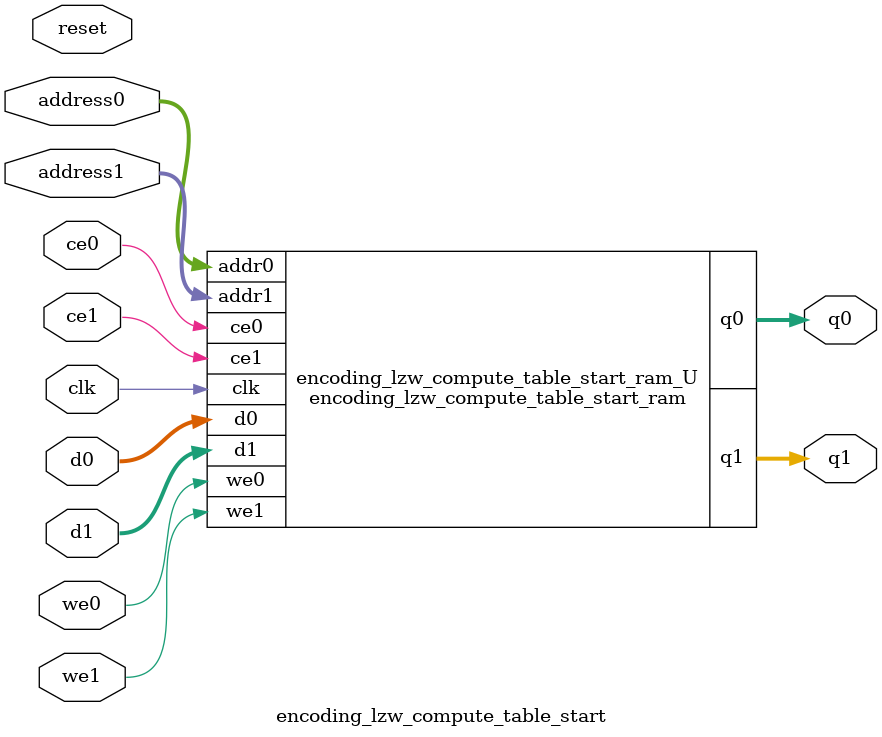
<source format=v>
`timescale 1 ns / 1 ps
module encoding_lzw_compute_table_start_ram (addr0, ce0, d0, we0, q0, addr1, ce1, d1, we1, q1,  clk);

parameter DWIDTH = 16;
parameter AWIDTH = 18;
parameter MEM_SIZE = 133000;

input[AWIDTH-1:0] addr0;
input ce0;
input[DWIDTH-1:0] d0;
input we0;
output reg[DWIDTH-1:0] q0;
input[AWIDTH-1:0] addr1;
input ce1;
input[DWIDTH-1:0] d1;
input we1;
output reg[DWIDTH-1:0] q1;
input clk;

reg [DWIDTH-1:0] ram[0:MEM_SIZE-1];




always @(posedge clk)  
begin 
    if (ce0) begin
        if (we0) 
            ram[addr0] <= d0; 
        q0 <= ram[addr0];
    end
end


always @(posedge clk)  
begin 
    if (ce1) begin
        if (we1) 
            ram[addr1] <= d1; 
        q1 <= ram[addr1];
    end
end


endmodule

`timescale 1 ns / 1 ps
module encoding_lzw_compute_table_start(
    reset,
    clk,
    address0,
    ce0,
    we0,
    d0,
    q0,
    address1,
    ce1,
    we1,
    d1,
    q1);

parameter DataWidth = 32'd16;
parameter AddressRange = 32'd133000;
parameter AddressWidth = 32'd18;
input reset;
input clk;
input[AddressWidth - 1:0] address0;
input ce0;
input we0;
input[DataWidth - 1:0] d0;
output[DataWidth - 1:0] q0;
input[AddressWidth - 1:0] address1;
input ce1;
input we1;
input[DataWidth - 1:0] d1;
output[DataWidth - 1:0] q1;



encoding_lzw_compute_table_start_ram encoding_lzw_compute_table_start_ram_U(
    .clk( clk ),
    .addr0( address0 ),
    .ce0( ce0 ),
    .we0( we0 ),
    .d0( d0 ),
    .q0( q0 ),
    .addr1( address1 ),
    .ce1( ce1 ),
    .we1( we1 ),
    .d1( d1 ),
    .q1( q1 ));

endmodule


</source>
